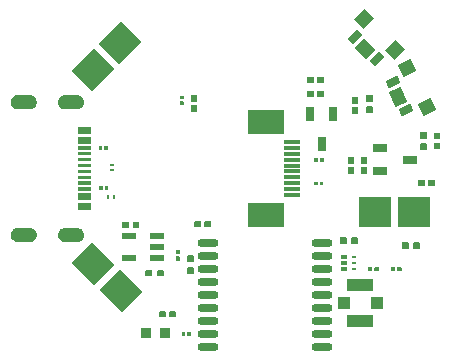
<source format=gbp>
G04 Layer: BottomPasteMaskLayer*
G04 Panelize: , Column: 1, Row: 1, Board Size: 43.14mm x 33.02mm, Panelized Board Size: 43.14mm x 33.02mm*
G04 EasyEDA v6.5.37, 2023-11-04 14:50:19*
G04 5fb9839a784f4b4dba235304687c7bf2,9a4ed40c0dd746429eaf55b84663d2fb,10*
G04 Gerber Generator version 0.2*
G04 Scale: 100 percent, Rotated: No, Reflected: No *
G04 Dimensions in millimeters *
G04 leading zeros omitted , absolute positions ,4 integer and 5 decimal *
%FSLAX45Y45*%
%MOMM*%

%AMMACRO1*21,1,$1,$2,0,0,$3*%
%ADD10MACRO1,0.7X1.25X-90.0000*%
%ADD11MACRO1,0.7X1.25X0.0000*%
%ADD12MACRO1,0.27X0.25X0.0000*%
%ADD13MACRO1,0.27X0.25X90.0000*%
%ADD14MACRO1,2.7X2.5X-45.0000*%
%ADD15MACRO1,2.7X2.5X-44.9996*%
%ADD16MACRO1,0.8X0.8X90.0000*%
%ADD17MACRO1,0.49X1.157X-90.0000*%
%ADD18MACRO1,0.49X1.175X-90.0000*%
%ADD19MACRO1,2.7X2.5X0.0000*%
%ADD20MACRO1,0.3X1.3X90.0000*%
%ADD21MACRO1,2X3X90.0000*%
%ADD22MACRO1,2.7X2.5X-135.0000*%
%ADD23MACRO1,2.7X2.5X-134.9996*%
%ADD24O,1.7729962X0.6999986*%
%ADD25MACRO1,2.2X1.1X0.0000*%
%ADD26MACRO1,1.05X1X-90.0000*%
%ADD27R,0.4250X0.2800*%
%ADD28MACRO1,0.425X0.28X0.0000*%
%ADD29MACRO1,0.7X1.1X134.9985*%
%ADD30MACRO1,0.7X1.1X135.0015*%
%ADD31MACRO1,1.4X1.1X135.0000*%
%ADD32MACRO1,1.15X1.2X135.0009*%
%ADD33MACRO1,0.7X1.1X116.0007*%
%ADD34MACRO1,1.4X1.1X115.9997*%
%ADD35MACRO1,1.15X1.2X115.9997*%
%ADD36C,0.0172*%

%LPD*%
G36*
X947826Y633272D02*
G01*
X945438Y630834D01*
X945438Y603250D01*
X947826Y600862D01*
X974242Y600862D01*
X976630Y603250D01*
X976630Y630834D01*
X974242Y633272D01*
G37*
G36*
X900430Y633272D02*
G01*
X898042Y630834D01*
X898042Y603250D01*
X900430Y600862D01*
X926846Y600862D01*
X929233Y603250D01*
X929233Y630834D01*
X926846Y633272D01*
G37*
G36*
X-237490Y1360474D02*
G01*
X-239877Y1358087D01*
X-239877Y1331671D01*
X-237490Y1329232D01*
X-209905Y1329232D01*
X-207517Y1331671D01*
X-207517Y1358087D01*
X-209905Y1360474D01*
G37*
G36*
X-237490Y1313027D02*
G01*
X-239877Y1310640D01*
X-239877Y1284224D01*
X-237490Y1281836D01*
X-209905Y1281836D01*
X-207517Y1284224D01*
X-207517Y1310640D01*
X-209905Y1313027D01*
G37*
G36*
X950112Y834694D02*
G01*
X947724Y832307D01*
X947724Y804672D01*
X950112Y802284D01*
X976528Y802284D01*
X978916Y804672D01*
X978916Y832307D01*
X976528Y834694D01*
G37*
G36*
X902716Y834694D02*
G01*
X900328Y832307D01*
X900328Y804672D01*
X902716Y802284D01*
X929132Y802284D01*
X931519Y804672D01*
X931519Y832307D01*
X929132Y834694D01*
G37*
G36*
X-1099870Y583946D02*
G01*
X-1099870Y553974D01*
X-989888Y553974D01*
X-989888Y583946D01*
G37*
G36*
X-1099870Y633984D02*
G01*
X-1099870Y603758D01*
X-989888Y603758D01*
X-989888Y633984D01*
G37*
G36*
X-1099870Y683768D02*
G01*
X-1099870Y653796D01*
X-989888Y653796D01*
X-989888Y683768D01*
G37*
G36*
X-1099870Y733806D02*
G01*
X-1099870Y703834D01*
X-989888Y703834D01*
X-989888Y733806D01*
G37*
G36*
X-1099870Y783844D02*
G01*
X-1099870Y753872D01*
X-989888Y753872D01*
X-989888Y783844D01*
G37*
G36*
X-1099870Y833882D02*
G01*
X-1099870Y803910D01*
X-989888Y803910D01*
X-989888Y833882D01*
G37*
G36*
X-1099870Y883919D02*
G01*
X-1099870Y853948D01*
X-989888Y853948D01*
X-989888Y883919D01*
G37*
G36*
X-1099870Y933958D02*
G01*
X-1099870Y903986D01*
X-989888Y903986D01*
X-989888Y933958D01*
G37*
G36*
X-1100023Y454253D02*
G01*
X-1100023Y394004D01*
X-989736Y394004D01*
X-989736Y454253D01*
G37*
G36*
X-1100023Y534263D02*
G01*
X-1100023Y474014D01*
X-989736Y474014D01*
X-989736Y534263D01*
G37*
G36*
X-1100023Y1014171D02*
G01*
X-1100023Y953973D01*
X-989736Y953973D01*
X-989736Y1014171D01*
G37*
G36*
X-1100023Y1094079D02*
G01*
X-1100023Y1033830D01*
X-989736Y1033830D01*
X-989736Y1094079D01*
G37*
G36*
X-1610461Y1365859D02*
G01*
X-1617522Y1365453D01*
X-1621078Y1364945D01*
X-1627987Y1363268D01*
X-1631340Y1362151D01*
X-1637842Y1359255D01*
X-1643989Y1355648D01*
X-1649628Y1351330D01*
X-1654708Y1346403D01*
X-1659178Y1340866D01*
X-1662988Y1334871D01*
X-1666036Y1328420D01*
X-1667306Y1325118D01*
X-1669135Y1318260D01*
X-1669796Y1314754D01*
X-1670405Y1307642D01*
X-1670202Y1300530D01*
X-1669135Y1293520D01*
X-1667306Y1286662D01*
X-1664614Y1280058D01*
X-1661160Y1273860D01*
X-1657045Y1268069D01*
X-1652219Y1262837D01*
X-1646834Y1258214D01*
X-1640941Y1254201D01*
X-1634642Y1250950D01*
X-1627987Y1248511D01*
X-1621078Y1246835D01*
X-1614017Y1245971D01*
X-1506880Y1245971D01*
X-1499819Y1246835D01*
X-1492910Y1248511D01*
X-1486255Y1250950D01*
X-1479956Y1254201D01*
X-1474063Y1258214D01*
X-1468678Y1262837D01*
X-1463852Y1268069D01*
X-1459687Y1273860D01*
X-1456283Y1280058D01*
X-1453591Y1286662D01*
X-1451711Y1293520D01*
X-1450695Y1300530D01*
X-1450492Y1307642D01*
X-1451102Y1314754D01*
X-1451711Y1318260D01*
X-1453591Y1325118D01*
X-1456283Y1331671D01*
X-1459687Y1337919D01*
X-1463852Y1343710D01*
X-1468678Y1348943D01*
X-1474063Y1353566D01*
X-1476908Y1355648D01*
X-1483055Y1359255D01*
X-1489557Y1362151D01*
X-1496364Y1364183D01*
X-1499819Y1364945D01*
X-1506880Y1365758D01*
G37*
G36*
X-1210462Y1365859D02*
G01*
X-1217523Y1365453D01*
X-1221079Y1364945D01*
X-1227988Y1363268D01*
X-1231341Y1362151D01*
X-1237843Y1359255D01*
X-1243990Y1355648D01*
X-1249629Y1351330D01*
X-1254709Y1346403D01*
X-1259179Y1340866D01*
X-1262989Y1334871D01*
X-1266037Y1328420D01*
X-1267307Y1325118D01*
X-1269136Y1318260D01*
X-1269796Y1314754D01*
X-1270406Y1307642D01*
X-1270203Y1300530D01*
X-1269136Y1293520D01*
X-1267307Y1286662D01*
X-1264615Y1280058D01*
X-1261160Y1273860D01*
X-1257046Y1268069D01*
X-1252220Y1262837D01*
X-1246835Y1258214D01*
X-1240942Y1254201D01*
X-1234643Y1250950D01*
X-1227988Y1248511D01*
X-1221079Y1246835D01*
X-1214018Y1245971D01*
X-1106881Y1245971D01*
X-1099820Y1246835D01*
X-1092911Y1248511D01*
X-1086256Y1250950D01*
X-1079957Y1254201D01*
X-1074064Y1258214D01*
X-1068679Y1262837D01*
X-1063853Y1268069D01*
X-1059688Y1273860D01*
X-1056284Y1280058D01*
X-1053592Y1286662D01*
X-1051712Y1293520D01*
X-1050696Y1300530D01*
X-1050493Y1307642D01*
X-1051102Y1314754D01*
X-1051712Y1318260D01*
X-1053592Y1325118D01*
X-1056284Y1331671D01*
X-1059688Y1337919D01*
X-1063853Y1343710D01*
X-1068679Y1348943D01*
X-1074064Y1353566D01*
X-1076909Y1355648D01*
X-1083056Y1359255D01*
X-1089558Y1362151D01*
X-1096365Y1364183D01*
X-1099820Y1364945D01*
X-1106881Y1365758D01*
G37*
G36*
X-1610461Y241909D02*
G01*
X-1617522Y241503D01*
X-1624533Y240233D01*
X-1631340Y238150D01*
X-1637842Y235305D01*
X-1643989Y231648D01*
X-1649628Y227380D01*
X-1654708Y222402D01*
X-1659178Y216865D01*
X-1662988Y210870D01*
X-1666036Y204470D01*
X-1667306Y201117D01*
X-1669135Y194259D01*
X-1670202Y187248D01*
X-1670405Y180136D01*
X-1669796Y173024D01*
X-1668322Y166116D01*
X-1667306Y162712D01*
X-1664614Y156108D01*
X-1661160Y149860D01*
X-1657045Y144119D01*
X-1652219Y138836D01*
X-1646834Y134213D01*
X-1643989Y132130D01*
X-1637842Y128524D01*
X-1631340Y125679D01*
X-1627987Y124510D01*
X-1621078Y122834D01*
X-1614017Y122021D01*
X-1510436Y121920D01*
X-1503375Y122326D01*
X-1499819Y122834D01*
X-1492910Y124510D01*
X-1486255Y127000D01*
X-1479956Y130251D01*
X-1476908Y132130D01*
X-1471269Y136448D01*
X-1466189Y141427D01*
X-1461719Y146913D01*
X-1459687Y149860D01*
X-1456283Y156108D01*
X-1453591Y162712D01*
X-1451711Y169570D01*
X-1450695Y176580D01*
X-1450492Y183692D01*
X-1451102Y190754D01*
X-1451711Y194259D01*
X-1453591Y201117D01*
X-1456283Y207721D01*
X-1459687Y213918D01*
X-1463852Y219710D01*
X-1468678Y224942D01*
X-1471269Y227380D01*
X-1476908Y231648D01*
X-1483055Y235305D01*
X-1489557Y238150D01*
X-1496364Y240233D01*
X-1503375Y241503D01*
X-1510436Y241909D01*
G37*
G36*
X-1210462Y241909D02*
G01*
X-1217523Y241503D01*
X-1224534Y240233D01*
X-1231341Y238150D01*
X-1237843Y235305D01*
X-1243990Y231648D01*
X-1249629Y227380D01*
X-1254709Y222402D01*
X-1259179Y216865D01*
X-1262989Y210870D01*
X-1266037Y204470D01*
X-1267307Y201117D01*
X-1269136Y194259D01*
X-1270203Y187248D01*
X-1270406Y180136D01*
X-1269796Y173024D01*
X-1268323Y166116D01*
X-1267307Y162712D01*
X-1264615Y156108D01*
X-1261160Y149860D01*
X-1257046Y144119D01*
X-1252220Y138836D01*
X-1246835Y134213D01*
X-1243990Y132130D01*
X-1237843Y128524D01*
X-1231341Y125679D01*
X-1227988Y124510D01*
X-1221079Y122834D01*
X-1214018Y122021D01*
X-1110437Y121920D01*
X-1103376Y122326D01*
X-1099820Y122834D01*
X-1092911Y124510D01*
X-1086256Y127000D01*
X-1079957Y130251D01*
X-1076909Y132130D01*
X-1071270Y136448D01*
X-1066190Y141427D01*
X-1061720Y146913D01*
X-1059688Y149860D01*
X-1056284Y156108D01*
X-1053592Y162712D01*
X-1051712Y169570D01*
X-1050696Y176580D01*
X-1050493Y183692D01*
X-1051102Y190754D01*
X-1051712Y194259D01*
X-1053592Y201117D01*
X-1056284Y207721D01*
X-1059688Y213918D01*
X-1063853Y219710D01*
X-1068679Y224942D01*
X-1071270Y227380D01*
X-1076909Y231648D01*
X-1083056Y235305D01*
X-1089558Y238150D01*
X-1096365Y240233D01*
X-1103376Y241503D01*
X-1110437Y241909D01*
G37*
G36*
X-919226Y597712D02*
G01*
X-921613Y595274D01*
X-921613Y567690D01*
X-919226Y565302D01*
X-892810Y565302D01*
X-890422Y567690D01*
X-890422Y595274D01*
X-892810Y597712D01*
G37*
G36*
X-871829Y597712D02*
G01*
X-874217Y595274D01*
X-874217Y567690D01*
X-871829Y565302D01*
X-845413Y565302D01*
X-843026Y567690D01*
X-843026Y595274D01*
X-845413Y597712D01*
G37*
G36*
X-875385Y932484D02*
G01*
X-877773Y930097D01*
X-877773Y902462D01*
X-875385Y900074D01*
X-848969Y900074D01*
X-846582Y902462D01*
X-846582Y930097D01*
X-848969Y932484D01*
G37*
G36*
X-922782Y932484D02*
G01*
X-925169Y930097D01*
X-925169Y902462D01*
X-922782Y900074D01*
X-896366Y900074D01*
X-893978Y902462D01*
X-893978Y930097D01*
X-896366Y932484D01*
G37*
G36*
X1410817Y-92252D02*
G01*
X1408379Y-94640D01*
X1408379Y-122275D01*
X1410817Y-124663D01*
X1443736Y-124663D01*
X1446123Y-122275D01*
X1446123Y-94640D01*
X1443736Y-92252D01*
G37*
G36*
X1356868Y-92252D02*
G01*
X1354480Y-94640D01*
X1354480Y-122275D01*
X1356868Y-124663D01*
X1389786Y-124663D01*
X1392224Y-122275D01*
X1392224Y-94640D01*
X1389786Y-92252D01*
G37*
G36*
X1216761Y162356D02*
G01*
X1209751Y157378D01*
X1209751Y112369D01*
X1216761Y107391D01*
X1264767Y107391D01*
X1269746Y112369D01*
X1269746Y157378D01*
X1264767Y162356D01*
G37*
G36*
X1118768Y162356D02*
G01*
X1113790Y157378D01*
X1113790Y112369D01*
X1118768Y107391D01*
X1166774Y107391D01*
X1173784Y112369D01*
X1173784Y157378D01*
X1166774Y162356D01*
G37*
G36*
X1185773Y753313D02*
G01*
X1181811Y749350D01*
X1181811Y699262D01*
X1185773Y695248D01*
X1231798Y695248D01*
X1235811Y699262D01*
X1235811Y749350D01*
X1231798Y753313D01*
G37*
G36*
X1185773Y838403D02*
G01*
X1181811Y834390D01*
X1181811Y784301D01*
X1185773Y780338D01*
X1231798Y780338D01*
X1235811Y784301D01*
X1235811Y834390D01*
X1231798Y838403D01*
G37*
G36*
X844905Y1521510D02*
G01*
X840892Y1517497D01*
X840892Y1471472D01*
X844905Y1467510D01*
X894943Y1467510D01*
X898956Y1471472D01*
X898956Y1517497D01*
X894943Y1521510D01*
G37*
G36*
X929944Y1521510D02*
G01*
X925931Y1517497D01*
X925931Y1471472D01*
X929944Y1467510D01*
X980033Y1467510D01*
X983996Y1471472D01*
X983996Y1517497D01*
X980033Y1521510D01*
G37*
G36*
X1780286Y646480D02*
G01*
X1776272Y642518D01*
X1776272Y596493D01*
X1780286Y592531D01*
X1830324Y592531D01*
X1834337Y596493D01*
X1834337Y642518D01*
X1830324Y646480D01*
G37*
G36*
X1865375Y646480D02*
G01*
X1861362Y642518D01*
X1861362Y596493D01*
X1865375Y592531D01*
X1915414Y592531D01*
X1919427Y596493D01*
X1919427Y642518D01*
X1915414Y646480D01*
G37*
G36*
X1917801Y1048461D02*
G01*
X1913788Y1044448D01*
X1913788Y994359D01*
X1917801Y990396D01*
X1963826Y990396D01*
X1967788Y994359D01*
X1967788Y1044448D01*
X1963826Y1048461D01*
G37*
G36*
X1917801Y963371D02*
G01*
X1913788Y959408D01*
X1913788Y909319D01*
X1917801Y905306D01*
X1963826Y905306D01*
X1967788Y909319D01*
X1967788Y959408D01*
X1963826Y963371D01*
G37*
G36*
X1644040Y119430D02*
G01*
X1639062Y114452D01*
X1639062Y69443D01*
X1644040Y64465D01*
X1692046Y64465D01*
X1699056Y69443D01*
X1699056Y114452D01*
X1692046Y119430D01*
G37*
G36*
X1742033Y119430D02*
G01*
X1735023Y114452D01*
X1735023Y69443D01*
X1742033Y64465D01*
X1790039Y64465D01*
X1795018Y69443D01*
X1795018Y114452D01*
X1790039Y119430D01*
G37*
G36*
X-171856Y-87579D02*
G01*
X-176834Y-94589D01*
X-176834Y-142595D01*
X-171856Y-147624D01*
X-126847Y-147624D01*
X-121869Y-142595D01*
X-121869Y-94589D01*
X-126847Y-87579D01*
G37*
G36*
X-171856Y8382D02*
G01*
X-176834Y3403D01*
X-176834Y-44602D01*
X-171856Y-51612D01*
X-126847Y-51612D01*
X-121869Y-44602D01*
X-121869Y3403D01*
X-126847Y8382D01*
G37*
G36*
X1603349Y-94284D02*
G01*
X1600911Y-96672D01*
X1600911Y-124307D01*
X1603349Y-126695D01*
X1636268Y-126695D01*
X1638655Y-124307D01*
X1638655Y-96672D01*
X1636268Y-94284D01*
G37*
G36*
X1549400Y-94284D02*
G01*
X1547012Y-96672D01*
X1547012Y-124307D01*
X1549400Y-126695D01*
X1582318Y-126695D01*
X1584756Y-124307D01*
X1584756Y-96672D01*
X1582318Y-94284D01*
G37*
G36*
X-525627Y-115519D02*
G01*
X-530606Y-120497D01*
X-530606Y-165506D01*
X-525627Y-170484D01*
X-477621Y-170484D01*
X-470611Y-165506D01*
X-470611Y-120497D01*
X-477621Y-115519D01*
G37*
G36*
X-427634Y-115519D02*
G01*
X-434644Y-120497D01*
X-434644Y-165506D01*
X-427634Y-170484D01*
X-379628Y-170484D01*
X-374650Y-165506D01*
X-374650Y-120497D01*
X-379628Y-115519D01*
G37*
G36*
X-174142Y-642416D02*
G01*
X-176580Y-644804D01*
X-176580Y-672439D01*
X-174142Y-674827D01*
X-147726Y-674827D01*
X-145338Y-672439D01*
X-145338Y-644804D01*
X-147726Y-642416D01*
G37*
G36*
X-221589Y-642416D02*
G01*
X-223977Y-644804D01*
X-223977Y-672439D01*
X-221589Y-674827D01*
X-195173Y-674827D01*
X-192735Y-672439D01*
X-192735Y-644804D01*
X-195173Y-642416D01*
G37*
G36*
X-269595Y304D02*
G01*
X-271983Y-2133D01*
X-271983Y-35052D01*
X-269595Y-37439D01*
X-241960Y-37439D01*
X-239572Y-35052D01*
X-239572Y-2133D01*
X-241960Y304D01*
G37*
G36*
X-269595Y54203D02*
G01*
X-271983Y51816D01*
X-271983Y18897D01*
X-269595Y16459D01*
X-241960Y16459D01*
X-239572Y18897D01*
X-239572Y51816D01*
X-241960Y54203D01*
G37*
G36*
X-28194Y298754D02*
G01*
X-32207Y294792D01*
X-32207Y248767D01*
X-28194Y244805D01*
X21844Y244805D01*
X25857Y248767D01*
X25857Y294792D01*
X21844Y298754D01*
G37*
G36*
X-113283Y298754D02*
G01*
X-117297Y294792D01*
X-117297Y248767D01*
X-113283Y244805D01*
X-63195Y244805D01*
X-59232Y248767D01*
X-59232Y294792D01*
X-63195Y298754D01*
G37*
G36*
X1298803Y752805D02*
G01*
X1294790Y748842D01*
X1294790Y698754D01*
X1298803Y694740D01*
X1344828Y694740D01*
X1348841Y698754D01*
X1348841Y748842D01*
X1344828Y752805D01*
G37*
G36*
X1298803Y837895D02*
G01*
X1294790Y833882D01*
X1294790Y783793D01*
X1298803Y779830D01*
X1344828Y779830D01*
X1348841Y783793D01*
X1348841Y833882D01*
X1344828Y837895D01*
G37*
G36*
X-142544Y1362862D02*
G01*
X-146558Y1358849D01*
X-146558Y1308811D01*
X-142544Y1304798D01*
X-96570Y1304798D01*
X-92557Y1308811D01*
X-92557Y1358849D01*
X-96570Y1362862D01*
G37*
G36*
X-142544Y1277772D02*
G01*
X-146558Y1273810D01*
X-146558Y1223721D01*
X-142544Y1219708D01*
X-96570Y1219708D01*
X-92557Y1223721D01*
X-92557Y1273810D01*
X-96570Y1277772D01*
G37*
G36*
X927150Y1400860D02*
G01*
X923137Y1396847D01*
X923137Y1350822D01*
X927150Y1346860D01*
X977239Y1346860D01*
X981202Y1350822D01*
X981202Y1396847D01*
X977239Y1400860D01*
G37*
G36*
X842111Y1400860D02*
G01*
X838098Y1396847D01*
X838098Y1350822D01*
X842111Y1346860D01*
X892149Y1346860D01*
X896162Y1350822D01*
X896162Y1396847D01*
X892149Y1400860D01*
G37*
G36*
X1343101Y1271270D02*
G01*
X1338072Y1264259D01*
X1338072Y1216253D01*
X1343101Y1211275D01*
X1388110Y1211275D01*
X1393088Y1216253D01*
X1393088Y1264259D01*
X1388110Y1271270D01*
G37*
G36*
X1343101Y1367282D02*
G01*
X1338072Y1362252D01*
X1338072Y1314246D01*
X1343101Y1307236D01*
X1388110Y1307236D01*
X1393088Y1314246D01*
X1393088Y1362252D01*
X1388110Y1367282D01*
G37*
G36*
X1223213Y1264310D02*
G01*
X1219200Y1260348D01*
X1219200Y1210259D01*
X1223213Y1206246D01*
X1269187Y1206246D01*
X1273200Y1210259D01*
X1273200Y1260348D01*
X1269187Y1264310D01*
G37*
G36*
X1223213Y1349400D02*
G01*
X1219200Y1345387D01*
X1219200Y1295349D01*
X1223213Y1291336D01*
X1269187Y1291336D01*
X1273200Y1295349D01*
X1273200Y1345387D01*
X1269187Y1349400D01*
G37*
G36*
X1802485Y1055878D02*
G01*
X1797507Y1050899D01*
X1797507Y1002893D01*
X1802485Y995883D01*
X1847494Y995883D01*
X1852472Y1002893D01*
X1852472Y1050899D01*
X1847494Y1055878D01*
G37*
G36*
X1802485Y959916D02*
G01*
X1797507Y952906D01*
X1797507Y904900D01*
X1802485Y899921D01*
X1847494Y899921D01*
X1852472Y904900D01*
X1852472Y952906D01*
X1847494Y959916D01*
G37*
G36*
X-635457Y291490D02*
G01*
X-639470Y287528D01*
X-639470Y241503D01*
X-635457Y237490D01*
X-585368Y237490D01*
X-581406Y241503D01*
X-581406Y287528D01*
X-585368Y291490D01*
G37*
G36*
X-720496Y291490D02*
G01*
X-724509Y287528D01*
X-724509Y241503D01*
X-720496Y237490D01*
X-670458Y237490D01*
X-666445Y241503D01*
X-666445Y287528D01*
X-670458Y291490D01*
G37*
G36*
X-325628Y-463753D02*
G01*
X-329641Y-467715D01*
X-329641Y-513740D01*
X-325628Y-517702D01*
X-275590Y-517702D01*
X-271576Y-513740D01*
X-271576Y-467715D01*
X-275590Y-463753D01*
G37*
G36*
X-410718Y-463753D02*
G01*
X-414731Y-467715D01*
X-414731Y-513740D01*
X-410718Y-517702D01*
X-360629Y-517702D01*
X-356666Y-513740D01*
X-356666Y-467715D01*
X-360629Y-463753D01*
G37*
D10*
G01*
X1705688Y819497D03*
G01*
X1455752Y914493D03*
G01*
X1455752Y724501D03*
D11*
G01*
X961214Y951323D03*
G01*
X1056210Y1201259D03*
G01*
X866218Y1201259D03*
D12*
G01*
X-812467Y728692D03*
G01*
X-812467Y771110D03*
D13*
G01*
X-800402Y506569D03*
G01*
X-842820Y506569D03*
D14*
G01*
X-971875Y-60822D03*
D15*
G01*
X-736620Y-296076D03*
D16*
G01*
X-366565Y-646828D03*
G01*
X-526465Y-646127D03*
D17*
G01*
X-434797Y174243D03*
G01*
X-434797Y79248D03*
G01*
X-434797Y-15748D03*
D18*
G01*
X-665530Y-15748D03*
G01*
X-665530Y174243D03*
D19*
G01*
X1744978Y376426D03*
G01*
X1412279Y376426D03*
D20*
G01*
X706615Y518853D03*
G01*
X706615Y568853D03*
G01*
X706615Y618853D03*
G01*
X706615Y668853D03*
G01*
X706615Y718853D03*
G01*
X706615Y768852D03*
G01*
X706615Y818852D03*
G01*
X706615Y868852D03*
G01*
X706615Y918852D03*
G01*
X706615Y968852D03*
D21*
G01*
X487265Y1133853D03*
G01*
X487268Y353852D03*
D22*
G01*
X-742574Y1809485D03*
D23*
G01*
X-977827Y1574231D03*
D24*
G01*
X2Y-770008D03*
G01*
X2Y-660001D03*
G01*
X2Y-549993D03*
G01*
X2Y-440011D03*
G01*
X2Y-330004D03*
G01*
X2Y-219997D03*
G01*
X2Y-110015D03*
G01*
X2Y-7D03*
G01*
X2Y109999D03*
G01*
X962306Y109999D03*
G01*
X962306Y-7D03*
G01*
X962306Y-110015D03*
G01*
X962306Y-219997D03*
G01*
X962306Y-330004D03*
G01*
X962306Y-440011D03*
G01*
X962306Y-549993D03*
G01*
X962306Y-660001D03*
G01*
X962306Y-770008D03*
D25*
G01*
X1290645Y-243998D03*
D26*
G01*
X1148158Y-394000D03*
D25*
G01*
X1290647Y-544000D03*
D26*
G01*
X1433151Y-394000D03*
D27*
G01*
X1237084Y-5824D03*
G01*
X1237084Y-55811D03*
G01*
X1237084Y-105824D03*
D28*
G01*
X1149579Y-105816D03*
G01*
X1149579Y-55816D03*
G01*
X1149579Y-5816D03*
D29*
G01*
X1429109Y1671365D03*
D30*
G01*
X1241725Y1858749D03*
D31*
G01*
X1324811Y1754450D03*
D32*
G01*
X1582905Y1750917D03*
G01*
X1321276Y2012544D03*
D33*
G01*
X1678846Y1237367D03*
G01*
X1562677Y1475549D03*
D34*
G01*
X1607278Y1349882D03*
D35*
G01*
X1850161Y1262514D03*
G01*
X1687964Y1595066D03*
M02*

</source>
